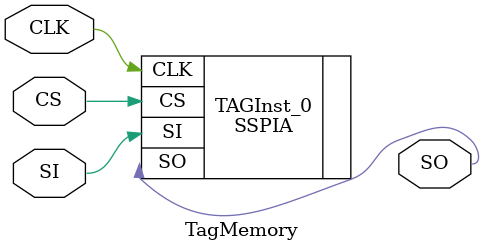
<source format=v>
/* Verilog netlist generated by SCUBA Diamond_2.0_Production (151) */
/* Module Version: 2.0 */
/* D:\lscc\diamond\2.0\ispfpga\bin\nt64\scuba.exe -w -n TagMemory -lang verilog -synth synplify -bus_exp 7 -bb -arch mg5a00 -type tag -depth 96 -e  */
/* Thu Aug 09 15:55:43 2012 */


`timescale 1 ns / 1 ps
module TagMemory (CLK, SI, CS, SO);
    input wire CLK;
    input wire SI;
    input wire CS;
    output wire SO;


    // synopsys translate_off
    defparam TAGInst_0.TAG_INITSIZE = 768 ;
    defparam TAGInst_0.TAG_INITVAL_0C = 320'h00000000000000000000000000000000000000000000000000000000000000000000000000000000 ;
    defparam TAGInst_0.TAG_INITVAL_0B = 320'h00000000000000000000000000000000000000000000000000000000000000000000000000000000 ;
    defparam TAGInst_0.TAG_INITVAL_0A = 320'h00000000000000000000000000000000000000000000000000000000000000000000000000000000 ;
    defparam TAGInst_0.TAG_INITVAL_09 = 320'h00000000000000000000000000000000000000000000000000000000000000000000000000000000 ;
    defparam TAGInst_0.TAG_INITVAL_08 = 320'h00000000000000000000000000000000000000000000000000000000000000000000000000000000 ;
    defparam TAGInst_0.TAG_INITVAL_07 = 320'h00000000000000000000000000000000000000000000000000000000000000000000000000000000 ;
    defparam TAGInst_0.TAG_INITVAL_06 = 320'h00000000000000000000000000000000000000000000000000000000000000000000000000000000 ;
    defparam TAGInst_0.TAG_INITVAL_05 = 320'h00000000000000000000000000000000000000000000000000000000000000000000000000000000 ;
    defparam TAGInst_0.TAG_INITVAL_04 = 320'h00000000000000000000000000000000000000000000000000000000000000000000000000000000 ;
    defparam TAGInst_0.TAG_INITVAL_03 = 320'h00000000000000000000000000000000000000000000000000000000000000000000000000000000 ;
    defparam TAGInst_0.TAG_INITVAL_02 = 320'h00000000000000000000000000000000000000000000000000000000000000000000000000000000 ;
    defparam TAGInst_0.TAG_INITVAL_01 = 320'h00000000000000000000000000000000000000000000000000000000000000000000000000000000 ;
    defparam TAGInst_0.TAG_INITVAL_00 = 320'h00000000000000000000000000000000000000000000000000000000000000000000000000000000 ;
    // synopsys translate_on
    SSPIA TAGInst_0 (.SI(SI), .CLK(CLK), .CS(CS), .SO(SO))
             /* synthesis TAG_INITSIZE="768" */
             /* synthesis TAG_INITIALIZATION="DISABLED" */
             /* synthesis TAG_INITVAL_0C="0x00000000000000000000000000000000000000000000000000000000000000000000000000000000" */
             /* synthesis TAG_INITVAL_0B="0x00000000000000000000000000000000000000000000000000000000000000000000000000000000" */
             /* synthesis TAG_INITVAL_0A="0x00000000000000000000000000000000000000000000000000000000000000000000000000000000" */
             /* synthesis TAG_INITVAL_09="0x00000000000000000000000000000000000000000000000000000000000000000000000000000000" */
             /* synthesis TAG_INITVAL_08="0x00000000000000000000000000000000000000000000000000000000000000000000000000000000" */
             /* synthesis TAG_INITVAL_07="0x00000000000000000000000000000000000000000000000000000000000000000000000000000000" */
             /* synthesis TAG_INITVAL_06="0x00000000000000000000000000000000000000000000000000000000000000000000000000000000" */
             /* synthesis TAG_INITVAL_05="0x00000000000000000000000000000000000000000000000000000000000000000000000000000000" */
             /* synthesis TAG_INITVAL_04="0x00000000000000000000000000000000000000000000000000000000000000000000000000000000" */
             /* synthesis TAG_INITVAL_03="0x00000000000000000000000000000000000000000000000000000000000000000000000000000000" */
             /* synthesis TAG_INITVAL_02="0x00000000000000000000000000000000000000000000000000000000000000000000000000000000" */
             /* synthesis TAG_INITVAL_01="0x00000000000000000000000000000000000000000000000000000000000000000000000000000000" */
             /* synthesis TAG_INITVAL_00="0x00000000000000000000000000000000000000000000000000000000000000000000000000000000" */;



    // exemplar begin
    // exemplar attribute TAGInst_0 TAG_INITSIZE 768
    // exemplar attribute TAGInst_0 TAG_INITIALIZATION DISABLED
    // exemplar attribute TAGInst_0 TAG_INITVAL_0C 0x00000000000000000000000000000000000000000000000000000000000000000000000000000000
    // exemplar attribute TAGInst_0 TAG_INITVAL_0B 0x00000000000000000000000000000000000000000000000000000000000000000000000000000000
    // exemplar attribute TAGInst_0 TAG_INITVAL_0A 0x00000000000000000000000000000000000000000000000000000000000000000000000000000000
    // exemplar attribute TAGInst_0 TAG_INITVAL_09 0x00000000000000000000000000000000000000000000000000000000000000000000000000000000
    // exemplar attribute TAGInst_0 TAG_INITVAL_08 0x00000000000000000000000000000000000000000000000000000000000000000000000000000000
    // exemplar attribute TAGInst_0 TAG_INITVAL_07 0x00000000000000000000000000000000000000000000000000000000000000000000000000000000
    // exemplar attribute TAGInst_0 TAG_INITVAL_06 0x00000000000000000000000000000000000000000000000000000000000000000000000000000000
    // exemplar attribute TAGInst_0 TAG_INITVAL_05 0x00000000000000000000000000000000000000000000000000000000000000000000000000000000
    // exemplar attribute TAGInst_0 TAG_INITVAL_04 0x00000000000000000000000000000000000000000000000000000000000000000000000000000000
    // exemplar attribute TAGInst_0 TAG_INITVAL_03 0x00000000000000000000000000000000000000000000000000000000000000000000000000000000
    // exemplar attribute TAGInst_0 TAG_INITVAL_02 0x00000000000000000000000000000000000000000000000000000000000000000000000000000000
    // exemplar attribute TAGInst_0 TAG_INITVAL_01 0x00000000000000000000000000000000000000000000000000000000000000000000000000000000
    // exemplar attribute TAGInst_0 TAG_INITVAL_00 0x00000000000000000000000000000000000000000000000000000000000000000000000000000000
    // exemplar end

endmodule

</source>
